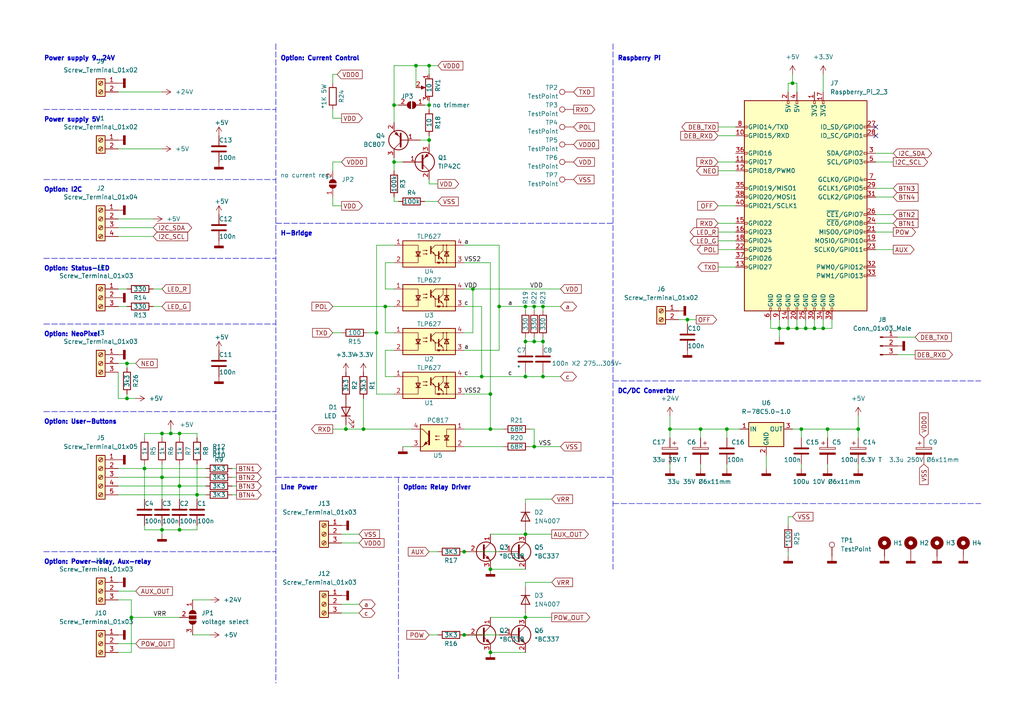
<source format=kicad_sch>
(kicad_sch (version 20211123) (generator eeschema)
  (paper "A4")
  (title_block (title "piTelex TW39 Interface for RPi") (date "2023-02-07") (rev "2.1.0 -JK-") (company "https://github.com/fablab-wue/piTelex") (comment 1 "CC-SA-BY"))
  (junction (at 154.94 99.06))
  (junction (at 105.41 124.46))
  (junction (at 152.4 154.94))
  (junction (at 134.62 160.02))
  (junction (at 236.22 95.25))
  (junction (at 152.4 88.9))
  (junction (at 157.48 109.22))
  (junction (at 49.53 125.73))
  (junction (at 152.4 109.22))
  (junction (at 46.99 125.73))
  (junction (at 240.03 124.46))
  (junction (at 36.83 105.41))
  (junction (at 111.76 88.9))
  (junction (at 41.91 135.89))
  (junction (at 144.78 88.9))
  (junction (at 100.33 124.46))
  (junction (at 228.6 95.25))
  (junction (at 154.94 88.9))
  (junction (at 154.94 129.54))
  (junction (at 232.41 124.46))
  (junction (at 36.83 115.57))
  (junction (at 194.31 124.46))
  (junction (at 142.24 189.23))
  (junction (at 248.92 124.46))
  (junction (at 142.24 124.46))
  (junction (at 134.62 184.15))
  (junction (at 120.65 19.05))
  (junction (at 142.24 114.3))
  (junction (at 52.07 140.97))
  (junction (at 142.24 165.1))
  (junction (at 46.99 138.43))
  (junction (at 233.68 95.25))
  (junction (at 124.46 30.48))
  (junction (at 114.3 30.48))
  (junction (at 199.39 92.71))
  (junction (at 210.82 124.46))
  (junction (at 157.48 88.9))
  (junction (at 114.3 46.99))
  (junction (at 226.06 95.25))
  (junction (at 231.14 95.25))
  (junction (at 139.7 109.22))
  (junction (at 57.15 143.51))
  (junction (at 152.4 179.07))
  (junction (at 137.16 83.82))
  (junction (at 157.48 99.06))
  (junction (at 109.22 96.52))
  (junction (at 152.4 99.06))
  (junction (at 46.99 153.67))
  (junction (at 124.46 40.64))
  (junction (at 52.07 125.73))
  (junction (at 38.1 179.07))
  (junction (at 52.07 153.67))
  (junction (at 238.76 95.25))
  (junction (at 124.46 19.05))
  (junction (at 229.87 24.13))
  (junction (at 203.2 124.46))
  (no_connect (at 254 36.83))
  (no_connect (at 254 39.37))
  (wire (pts (xy 137.16 83.82) (xy 162.56 83.82)))
  (wire (pts (xy 142.24 76.2) (xy 142.24 114.3)))
  (wire (pts (xy 124.46 29.21) (xy 124.46 30.48)))
  (wire (pts (xy 238.76 21.59) (xy 238.76 26.67)))
  (wire (pts (xy 52.07 153.67) (xy 46.99 153.67)))
  (wire (pts (xy 208.28 39.37) (xy 213.36 39.37)))
  (wire (pts (xy 109.22 96.52) (xy 109.22 114.3)))
  (wire (pts (xy 68.58 140.97) (xy 67.31 140.97)))
  (wire (pts (xy 199.39 92.71) (xy 199.39 93.98)))
  (wire (pts (xy 34.29 68.58) (xy 44.45 68.58)))
  (wire (pts (xy 34.29 171.45) (xy 39.37 171.45)))
  (polyline (pts (xy 12.7 31.75) (xy 80.01 31.75)))
  (wire (pts (xy 55.88 173.99) (xy 60.96 173.99)))
  (wire (pts (xy 254 62.23) (xy 259.08 62.23)))
  (wire (pts (xy 232.41 124.46) (xy 240.03 124.46)))
  (wire (pts (xy 142.24 154.94) (xy 152.4 154.94)))
  (wire (pts (xy 154.94 88.9) (xy 157.48 88.9)))
  (wire (pts (xy 152.4 88.9) (xy 154.94 88.9)))
  (wire (pts (xy 231.14 26.67) (xy 231.14 24.13)))
  (wire (pts (xy 124.46 160.02) (xy 127 160.02)))
  (wire (pts (xy 146.05 124.46) (xy 142.24 124.46)))
  (wire (pts (xy 96.52 88.9) (xy 111.76 88.9)))
  (wire (pts (xy 114.3 19.05) (xy 120.65 19.05)))
  (wire (pts (xy 46.99 134.62) (xy 46.99 138.43)))
  (wire (pts (xy 236.22 95.25) (xy 233.68 95.25)))
  (wire (pts (xy 254 54.61) (xy 259.08 54.61)))
  (polyline (pts (xy 12.7 119.38) (xy 80.01 119.38)))
  (wire (pts (xy 114.3 71.12) (xy 109.22 71.12)))
  (wire (pts (xy 120.65 19.05) (xy 124.46 19.05)))
  (wire (pts (xy 203.2 134.62) (xy 203.2 135.89)))
  (polyline (pts (xy 80.01 138.43) (xy 177.8 138.43)))
  (wire (pts (xy 194.31 120.65) (xy 194.31 124.46)))
  (wire (pts (xy 123.19 30.48) (xy 124.46 30.48)))
  (wire (pts (xy 228.6 92.71) (xy 228.6 95.25)))
  (wire (pts (xy 52.07 140.97) (xy 59.69 140.97)))
  (wire (pts (xy 111.76 88.9) (xy 111.76 96.52)))
  (wire (pts (xy 57.15 143.51) (xy 57.15 144.78)))
  (wire (pts (xy 199.39 92.71) (xy 201.93 92.71)))
  (wire (pts (xy 152.4 153.67) (xy 152.4 154.94)))
  (wire (pts (xy 38.1 189.23) (xy 38.1 179.07)))
  (wire (pts (xy 36.83 88.9) (xy 34.29 88.9)))
  (wire (pts (xy 238.76 92.71) (xy 238.76 95.25)))
  (wire (pts (xy 240.03 124.46) (xy 240.03 127)))
  (wire (pts (xy 34.29 138.43) (xy 46.99 138.43)))
  (wire (pts (xy 137.16 83.82) (xy 137.16 96.52)))
  (wire (pts (xy 231.14 95.25) (xy 228.6 95.25)))
  (wire (pts (xy 46.99 125.73) (xy 46.99 127)))
  (wire (pts (xy 52.07 152.4) (xy 52.07 153.67)))
  (wire (pts (xy 152.4 179.07) (xy 160.02 179.07)))
  (wire (pts (xy 36.83 115.57) (xy 39.37 115.57)))
  (wire (pts (xy 114.3 46.99) (xy 114.3 49.53)))
  (wire (pts (xy 241.3 95.25) (xy 238.76 95.25)))
  (wire (pts (xy 194.31 127) (xy 194.31 124.46)))
  (wire (pts (xy 96.52 46.99) (xy 96.52 49.53)))
  (wire (pts (xy 228.6 24.13) (xy 228.6 26.67)))
  (wire (pts (xy 260.35 102.87) (xy 265.43 102.87)))
  (wire (pts (xy 109.22 114.3) (xy 114.3 114.3)))
  (wire (pts (xy 144.78 71.12) (xy 144.78 88.9)))
  (wire (pts (xy 228.6 95.25) (xy 226.06 95.25)))
  (wire (pts (xy 152.4 144.78) (xy 152.4 146.05)))
  (polyline (pts (xy 12.7 74.93) (xy 80.01 74.93)))
  (wire (pts (xy 160.02 144.78) (xy 152.4 144.78)))
  (polyline (pts (xy 12.7 52.07) (xy 80.01 52.07)))
  (wire (pts (xy 210.82 127) (xy 210.82 124.46)))
  (wire (pts (xy 134.62 76.2) (xy 142.24 76.2)))
  (wire (pts (xy 229.87 124.46) (xy 232.41 124.46)))
  (wire (pts (xy 111.76 109.22) (xy 114.3 109.22)))
  (wire (pts (xy 142.24 114.3) (xy 142.24 124.46)))
  (wire (pts (xy 34.29 140.97) (xy 52.07 140.97)))
  (wire (pts (xy 208.28 69.85) (xy 213.36 69.85)))
  (wire (pts (xy 34.29 26.67) (xy 46.99 26.67)))
  (wire (pts (xy 196.85 92.71) (xy 199.39 92.71)))
  (wire (pts (xy 208.28 59.69) (xy 213.36 59.69)))
  (wire (pts (xy 34.29 143.51) (xy 57.15 143.51)))
  (wire (pts (xy 41.91 127) (xy 41.91 125.73)))
  (wire (pts (xy 52.07 125.73) (xy 57.15 125.73)))
  (wire (pts (xy 96.52 96.52) (xy 99.06 96.52)))
  (wire (pts (xy 34.29 105.41) (xy 36.83 105.41)))
  (wire (pts (xy 153.67 129.54) (xy 154.94 129.54)))
  (wire (pts (xy 144.78 88.9) (xy 152.4 88.9)))
  (wire (pts (xy 154.94 129.54) (xy 162.56 129.54)))
  (wire (pts (xy 34.29 186.69) (xy 39.37 186.69)))
  (wire (pts (xy 41.91 135.89) (xy 41.91 144.78)))
  (wire (pts (xy 154.94 88.9) (xy 154.94 90.17)))
  (wire (pts (xy 105.41 124.46) (xy 119.38 124.46)))
  (wire (pts (xy 157.48 97.79) (xy 157.48 99.06)))
  (wire (pts (xy 232.41 124.46) (xy 232.41 127)))
  (wire (pts (xy 208.28 77.47) (xy 213.36 77.47)))
  (wire (pts (xy 104.14 157.48) (xy 99.06 157.48)))
  (wire (pts (xy 134.62 109.22) (xy 139.7 109.22)))
  (wire (pts (xy 38.1 179.07) (xy 38.1 173.99)))
  (wire (pts (xy 152.4 168.91) (xy 152.4 170.18)))
  (wire (pts (xy 152.4 154.94) (xy 160.02 154.94)))
  (wire (pts (xy 134.62 184.15) (xy 144.78 184.15)))
  (wire (pts (xy 104.14 154.94) (xy 99.06 154.94)))
  (wire (pts (xy 114.3 88.9) (xy 111.76 88.9)))
  (wire (pts (xy 34.29 115.57) (xy 36.83 115.57)))
  (wire (pts (xy 100.33 124.46) (xy 105.41 124.46)))
  (wire (pts (xy 134.62 88.9) (xy 139.7 88.9)))
  (wire (pts (xy 99.06 46.99) (xy 96.52 46.99)))
  (wire (pts (xy 210.82 134.62) (xy 210.82 135.89)))
  (wire (pts (xy 152.4 97.79) (xy 152.4 99.06)))
  (wire (pts (xy 238.76 95.25) (xy 236.22 95.25)))
  (wire (pts (xy 146.05 129.54) (xy 134.62 129.54)))
  (wire (pts (xy 232.41 134.62) (xy 232.41 135.89)))
  (wire (pts (xy 57.15 134.62) (xy 57.15 143.51)))
  (wire (pts (xy 152.4 88.9) (xy 152.4 90.17)))
  (wire (pts (xy 105.41 115.57) (xy 105.41 124.46)))
  (wire (pts (xy 139.7 109.22) (xy 152.4 109.22)))
  (wire (pts (xy 226.06 95.25) (xy 226.06 97.79)))
  (wire (pts (xy 124.46 39.37) (xy 124.46 40.64)))
  (wire (pts (xy 144.78 88.9) (xy 144.78 101.6)))
  (wire (pts (xy 226.06 92.71) (xy 226.06 95.25)))
  (wire (pts (xy 104.14 177.8) (xy 99.06 177.8)))
  (wire (pts (xy 228.6 152.4) (xy 228.6 149.86)))
  (wire (pts (xy 157.48 88.9) (xy 157.48 90.17)))
  (wire (pts (xy 114.3 45.72) (xy 114.3 46.99)))
  (polyline (pts (xy 177.8 110.49) (xy 284.48 110.49)))
  (wire (pts (xy 154.94 97.79) (xy 154.94 99.06)))
  (wire (pts (xy 38.1 179.07) (xy 52.07 179.07)))
  (wire (pts (xy 34.29 189.23) (xy 38.1 189.23)))
  (wire (pts (xy 203.2 124.46) (xy 203.2 127)))
  (wire (pts (xy 46.99 138.43) (xy 46.99 144.78)))
  (wire (pts (xy 114.3 46.99) (xy 116.84 46.99)))
  (wire (pts (xy 124.46 30.48) (xy 124.46 31.75)))
  (wire (pts (xy 223.52 95.25) (xy 223.52 92.71)))
  (wire (pts (xy 41.91 125.73) (xy 46.99 125.73)))
  (wire (pts (xy 114.3 76.2) (xy 111.76 76.2)))
  (wire (pts (xy 240.03 124.46) (xy 248.92 124.46)))
  (wire (pts (xy 152.4 177.8) (xy 152.4 179.07)))
  (wire (pts (xy 49.53 124.46) (xy 49.53 125.73)))
  (wire (pts (xy 52.07 140.97) (xy 52.07 144.78)))
  (wire (pts (xy 157.48 109.22) (xy 162.56 109.22)))
  (wire (pts (xy 222.25 132.08) (xy 222.25 135.89)))
  (wire (pts (xy 123.19 58.42) (xy 127 58.42)))
  (wire (pts (xy 100.33 123.19) (xy 100.33 124.46)))
  (wire (pts (xy 124.46 52.07) (xy 124.46 53.34)))
  (wire (pts (xy 154.94 124.46) (xy 154.94 129.54)))
  (wire (pts (xy 254 46.99) (xy 259.08 46.99)))
  (wire (pts (xy 41.91 153.67) (xy 41.91 152.4)))
  (wire (pts (xy 208.28 46.99) (xy 213.36 46.99)))
  (wire (pts (xy 254 57.15) (xy 259.08 57.15)))
  (wire (pts (xy 46.99 153.67) (xy 41.91 153.67)))
  (wire (pts (xy 208.28 36.83) (xy 213.36 36.83)))
  (wire (pts (xy 55.88 184.15) (xy 60.96 184.15)))
  (wire (pts (xy 116.84 129.54) (xy 119.38 129.54)))
  (wire (pts (xy 248.92 127) (xy 248.92 124.46)))
  (wire (pts (xy 254 44.45) (xy 259.08 44.45)))
  (wire (pts (xy 228.6 149.86) (xy 229.87 149.86)))
  (wire (pts (xy 34.29 173.99) (xy 38.1 173.99)))
  (wire (pts (xy 137.16 96.52) (xy 134.62 96.52)))
  (wire (pts (xy 208.28 72.39) (xy 213.36 72.39)))
  (wire (pts (xy 124.46 184.15) (xy 127 184.15)))
  (wire (pts (xy 120.65 19.05) (xy 120.65 25.4)))
  (polyline (pts (xy 177.8 146.05) (xy 284.48 146.05)))
  (wire (pts (xy 208.28 67.31) (xy 213.36 67.31)))
  (wire (pts (xy 104.14 175.26) (xy 99.06 175.26)))
  (wire (pts (xy 124.46 40.64) (xy 124.46 41.91)))
  (polyline (pts (xy 12.7 160.02) (xy 80.01 160.02)))
  (wire (pts (xy 144.78 101.6) (xy 134.62 101.6)))
  (wire (pts (xy 134.62 160.02) (xy 144.78 160.02)))
  (wire (pts (xy 157.48 88.9) (xy 162.56 88.9)))
  (wire (pts (xy 111.76 101.6) (xy 111.76 109.22)))
  (wire (pts (xy 109.22 71.12) (xy 109.22 96.52)))
  (wire (pts (xy 124.46 53.34) (xy 127 53.34)))
  (wire (pts (xy 34.29 107.95) (xy 34.29 115.57)))
  (wire (pts (xy 153.67 124.46) (xy 154.94 124.46)))
  (wire (pts (xy 36.83 83.82) (xy 34.29 83.82)))
  (wire (pts (xy 114.3 30.48) (xy 114.3 19.05)))
  (wire (pts (xy 34.29 66.04) (xy 44.45 66.04)))
  (wire (pts (xy 142.24 189.23) (xy 152.4 189.23)))
  (wire (pts (xy 96.52 24.13) (xy 96.52 21.59)))
  (wire (pts (xy 57.15 143.51) (xy 59.69 143.51)))
  (wire (pts (xy 121.92 40.64) (xy 124.46 40.64)))
  (wire (pts (xy 139.7 88.9) (xy 139.7 109.22)))
  (polyline (pts (xy 177.8 12.7) (xy 177.8 165.1)))
  (polyline (pts (xy 115.57 138.43) (xy 115.57 196.85)))
  (wire (pts (xy 114.3 30.48) (xy 115.57 30.48)))
  (wire (pts (xy 68.58 135.89) (xy 67.31 135.89)))
  (wire (pts (xy 157.48 99.06) (xy 157.48 100.33)))
  (wire (pts (xy 111.76 83.82) (xy 114.3 83.82)))
  (wire (pts (xy 134.62 114.3) (xy 142.24 114.3)))
  (wire (pts (xy 34.29 43.18) (xy 46.99 43.18)))
  (wire (pts (xy 254 64.77) (xy 259.08 64.77)))
  (wire (pts (xy 36.83 105.41) (xy 36.83 106.68)))
  (wire (pts (xy 127 19.05) (xy 124.46 19.05)))
  (wire (pts (xy 260.35 97.79) (xy 265.43 97.79)))
  (wire (pts (xy 96.52 34.29) (xy 99.06 34.29)))
  (wire (pts (xy 46.99 125.73) (xy 49.53 125.73)))
  (wire (pts (xy 142.24 165.1) (xy 152.4 165.1)))
  (wire (pts (xy 226.06 95.25) (xy 223.52 95.25)))
  (polyline (pts (xy 80.01 12.7) (xy 80.01 198.12)))
  (wire (pts (xy 134.62 83.82) (xy 137.16 83.82)))
  (wire (pts (xy 46.99 138.43) (xy 59.69 138.43)))
  (wire (pts (xy 152.4 109.22) (xy 157.48 109.22)))
  (wire (pts (xy 210.82 124.46) (xy 214.63 124.46)))
  (wire (pts (xy 52.07 125.73) (xy 52.07 127)))
  (wire (pts (xy 152.4 100.33) (xy 152.4 99.06)))
  (wire (pts (xy 228.6 160.02) (xy 228.6 161.29)))
  (wire (pts (xy 96.52 57.15) (xy 96.52 59.69)))
  (wire (pts (xy 57.15 152.4) (xy 57.15 153.67)))
  (wire (pts (xy 111.76 76.2) (xy 111.76 83.82)))
  (wire (pts (xy 142.24 124.46) (xy 134.62 124.46)))
  (wire (pts (xy 254 72.39) (xy 259.08 72.39)))
  (polyline (pts (xy 80.01 64.77) (xy 177.8 64.77)))
  (wire (pts (xy 248.92 134.62) (xy 248.92 135.89)))
  (wire (pts (xy 124.46 19.05) (xy 124.46 21.59)))
  (wire (pts (xy 233.68 95.25) (xy 231.14 95.25)))
  (wire (pts (xy 52.07 134.62) (xy 52.07 140.97)))
  (wire (pts (xy 240.03 134.62) (xy 240.03 135.89)))
  (wire (pts (xy 96.52 21.59) (xy 97.79 21.59)))
  (wire (pts (xy 57.15 153.67) (xy 52.07 153.67)))
  (wire (pts (xy 114.3 58.42) (xy 114.3 57.15)))
  (wire (pts (xy 36.83 114.3) (xy 36.83 115.57)))
  (wire (pts (xy 254 67.31) (xy 259.08 67.31)))
  (wire (pts (xy 152.4 107.95) (xy 152.4 109.22)))
  (wire (pts (xy 241.3 92.71) (xy 241.3 95.25)))
  (wire (pts (xy 154.94 99.06) (xy 157.48 99.06)))
  (wire (pts (xy 96.52 59.69) (xy 99.06 59.69)))
  (wire (pts (xy 34.29 63.5) (xy 44.45 63.5)))
  (wire (pts (xy 115.57 58.42) (xy 114.3 58.42)))
  (wire (pts (xy 152.4 99.06) (xy 154.94 99.06)))
  (wire (pts (xy 248.92 120.65) (xy 248.92 124.46)))
  (wire (pts (xy 111.76 96.52) (xy 114.3 96.52)))
  (wire (pts (xy 229.87 21.59) (xy 229.87 24.13)))
  (wire (pts (xy 57.15 125.73) (xy 57.15 127)))
  (wire (pts (xy 203.2 124.46) (xy 210.82 124.46)))
  (wire (pts (xy 142.24 179.07) (xy 152.4 179.07)))
  (wire (pts (xy 194.31 124.46) (xy 203.2 124.46)))
  (wire (pts (xy 34.29 135.89) (xy 41.91 135.89)))
  (wire (pts (xy 114.3 35.56) (xy 114.3 30.48)))
  (wire (pts (xy 194.31 134.62) (xy 194.31 135.89)))
  (wire (pts (xy 208.28 49.53) (xy 213.36 49.53)))
  (wire (pts (xy 231.14 24.13) (xy 229.87 24.13)))
  (wire (pts (xy 46.99 152.4) (xy 46.99 153.67)))
  (wire (pts (xy 106.68 96.52) (xy 109.22 96.52)))
  (wire (pts (xy 229.87 24.13) (xy 228.6 24.13)))
  (wire (pts (xy 96.52 31.75) (xy 96.52 34.29)))
  (wire (pts (xy 160.02 168.91) (xy 152.4 168.91)))
  (wire (pts (xy 157.48 109.22) (xy 157.48 107.95)))
  (wire (pts (xy 68.58 143.51) (xy 67.31 143.51)))
  (wire (pts (xy 233.68 92.71) (xy 233.68 95.25)))
  (wire (pts (xy 96.52 124.46) (xy 100.33 124.46)))
  (wire (pts (xy 134.62 71.12) (xy 144.78 71.12)))
  (polyline (pts (xy 12.7 93.98) (xy 80.01 93.98)))
  (wire (pts (xy 236.22 92.71) (xy 236.22 95.25)))
  (wire (pts (xy 46.99 153.67) (xy 46.99 154.94)))
  (wire (pts (xy 44.45 83.82) (xy 46.99 83.82)))
  (wire (pts (xy 114.3 101.6) (xy 111.76 101.6)))
  (wire (pts (xy 44.45 88.9) (xy 46.99 88.9)))
  (wire (pts (xy 231.14 92.71) (xy 231.14 95.25)))
  (wire (pts (xy 49.53 125.73) (xy 52.07 125.73)))
  (wire (pts (xy 36.83 105.41) (xy 39.37 105.41)))
  (wire (pts (xy 68.58 138.43) (xy 67.31 138.43)))
  (wire (pts (xy 208.28 64.77) (xy 213.36 64.77)))
  (wire (pts (xy 41.91 135.89) (xy 59.69 135.89)))
  (wire (pts (xy 41.91 134.62) (xy 41.91 135.89)))
  (text "Line Power" (at 81.28 142.24 0) (effects (font (size 1.28 1.28) (thickness 0.508) bold) (justify left bottom)))
  (text "Option: Relay Driver" (at 116.84 142.24 0) (effects (font (size 1.28 1.28) (thickness 0.508) bold) (justify left bottom)))
  (text "Option: Status-LED" (at 12.7 78.74 0) (effects (font (size 1.28 1.28) (thickness 0.508) bold) (justify left bottom)))
  (text "Option: User-Buttons" (at 12.7 123.19 0) (effects (font (size 1.28 1.28) (thickness 0.508) bold) (justify left bottom)))
  (text "Option: I2C" (at 12.7 55.88 0) (effects (font (size 1.28 1.28) (thickness 0.508) bold) (justify left bottom)))
  (text "Raspberry Pi" (at 179.07 17.78 0) (effects (font (size 1.28 1.28) (thickness 0.508) bold) (justify left bottom)))
  (text "Power supply 9...24V" (at 12.7 17.78 0) (effects (font (size 1.28 1.28) (thickness 0.508) bold) (justify left bottom)))
  (text "Option: Current Control" (at 81.28 17.78 0) (effects (font (size 1.28 1.28) (thickness 0.508) bold) (justify left bottom)))
  (text "Option: NeoPixel" (at 12.7 97.79 0) (effects (font (size 1.28 1.28) (thickness 0.508) bold) (justify left bottom)))
  (text "Power supply 5V" (at 12.7 35.56 0) (effects (font (size 1.28 1.28) (thickness 0.508) bold) (justify left bottom)))
  (text "DC/DC Converter" (at 179.07 114.3 0) (effects (font (size 1.28 1.28) (thickness 0.508) bold) (justify left bottom)))
  (text "Option: Power-relay, Aux-relay" (at 12.7 163.83 0) (effects (font (size 1.28 1.28) (thickness 0.508) bold) (justify left bottom)))
  (text "H-Bridge" (at 81.28 68.58 0) (effects (font (size 1.28 1.28) (thickness 0.508) bold) (justify left bottom)))
  (label "VSS2" (at 134.62 76.2 0))
  (label "a" (at 134.62 71.12 0))
  (label "c" (at 134.62 109.22 0))
  (label "VRR" (at 44.45 179.07 0))
  (label "a" (at 147.32 88.9 0))
  (label "VSS2" (at 134.62 114.3 0))
  (label "VDD" (at 153.67 83.82 0))
  (label "a" (at 134.62 101.6 0))
  (label "c" (at 134.62 88.9 0))
  (label "c" (at 147.32 109.22 0))
  (label "VSS" (at 156.21 129.54 0))
  (label "VDD" (at 134.62 83.82 0))
  (global_label "NEO" (shape output) (at 208.28 49.53 180) (property "Intersheet References" "${INTERSHEET_REFS}" (effects hide)))
  (global_label "VDD0" (shape input) (at 127 19.05 0) (property "Intersheet References" "${INTERSHEET_REFS}" (effects hide)))
  (global_label "VDD0" (shape input) (at 166.37 41.91 0) (property "Intersheet References" "${INTERSHEET_REFS}" (effects hide)))
  (global_label "BTN3" (shape input) (at 259.08 54.61 0) (property "Intersheet References" "${INTERSHEET_REFS}" (effects hide)))
  (global_label "DEB_RXD" (shape input) (at 208.28 39.37 180) (property "Intersheet References" "${INTERSHEET_REFS}" (effects hide)))
  (global_label "VDD" (shape output) (at 127 53.34 0) (property "Intersheet References" "${INTERSHEET_REFS}" (effects hide)))
  (global_label "BTN1" (shape input) (at 259.08 64.77 0) (property "Intersheet References" "${INTERSHEET_REFS}" (effects hide)))
  (global_label "AUX_OUT" (shape output) (at 160.02 154.94 0) (property "Intersheet References" "${INTERSHEET_REFS}" (effects hide)))
  (global_label "TXD" (shape input) (at 96.52 96.52 180) (property "Intersheet References" "${INTERSHEET_REFS}" (effects hide)))
  (global_label "BTN1" (shape output) (at 68.58 135.89 0) (property "Intersheet References" "${INTERSHEET_REFS}" (effects hide)))
  (global_label "I2C_SCL" (shape output) (at 259.08 46.99 0) (property "Intersheet References" "${INTERSHEET_REFS}" (effects hide)))
  (global_label "NEO" (shape input) (at 39.37 105.41 0) (property "Intersheet References" "${INTERSHEET_REFS}" (effects hide)))
  (global_label "AUX_OUT" (shape input) (at 39.37 171.45 0) (property "Intersheet References" "${INTERSHEET_REFS}" (effects hide)))
  (global_label "a" (shape bidirectional) (at 104.14 175.26 0) (property "Intersheet References" "${INTERSHEET_REFS}" (effects hide)))
  (global_label "c" (shape bidirectional) (at 104.14 177.8 0) (property "Intersheet References" "${INTERSHEET_REFS}" (effects hide)))
  (global_label "VSS" (shape input) (at 267.97 134.62 270) (property "Intersheet References" "${INTERSHEET_REFS}" (effects hide)))
  (global_label "POW_OUT" (shape input) (at 39.37 186.69 0) (property "Intersheet References" "${INTERSHEET_REFS}" (effects hide)))
  (global_label "DEB_TXD" (shape input) (at 265.43 97.79 0) (property "Intersheet References" "${INTERSHEET_REFS}" (effects hide)))
  (global_label "POL" (shape output) (at 208.28 72.39 180) (property "Intersheet References" "${INTERSHEET_REFS}" (effects hide)))
  (global_label "VDD0" (shape input) (at 104.14 157.48 0) (property "Intersheet References" "${INTERSHEET_REFS}" (effects hide)))
  (global_label "TXD" (shape output) (at 208.28 77.47 180) (property "Intersheet References" "${INTERSHEET_REFS}" (effects hide)))
  (global_label "VDD" (shape input) (at 166.37 46.99 0) (property "Intersheet References" "${INTERSHEET_REFS}" (effects hide)))
  (global_label "BTN2" (shape input) (at 259.08 62.23 0) (property "Intersheet References" "${INTERSHEET_REFS}" (effects hide)))
  (global_label "VDD" (shape input) (at 162.56 83.82 0) (property "Intersheet References" "${INTERSHEET_REFS}" (effects hide)))
  (global_label "VRR" (shape input) (at 160.02 168.91 0) (property "Intersheet References" "${INTERSHEET_REFS}" (effects hide)))
  (global_label "VDD" (shape output) (at 99.06 59.69 0) (property "Intersheet References" "${INTERSHEET_REFS}" (effects hide)))
  (global_label "OFF" (shape input) (at 208.28 59.69 180) (property "Intersheet References" "${INTERSHEET_REFS}" (effects hide)))
  (global_label "VSS" (shape input) (at 127 58.42 0) (property "Intersheet References" "${INTERSHEET_REFS}" (effects hide)))
  (global_label "VDD" (shape output) (at 99.06 34.29 0) (property "Intersheet References" "${INTERSHEET_REFS}" (effects hide)))
  (global_label "VSS" (shape input) (at 229.87 149.86 0) (property "Intersheet References" "${INTERSHEET_REFS}" (effects hide)))
  (global_label "VSS" (shape input) (at 104.14 154.94 0) (property "Intersheet References" "${INTERSHEET_REFS}" (effects hide)))
  (global_label "BTN4" (shape output) (at 68.58 143.51 0) (property "Intersheet References" "${INTERSHEET_REFS}" (effects hide)))
  (global_label "RXD" (shape input) (at 208.28 64.77 180) (property "Intersheet References" "${INTERSHEET_REFS}" (effects hide)))
  (global_label "a" (shape bidirectional) (at 162.56 88.9 0) (property "Intersheet References" "${INTERSHEET_REFS}" (effects hide)))
  (global_label "VRR" (shape input) (at 160.02 144.78 0) (property "Intersheet References" "${INTERSHEET_REFS}" (effects hide)))
  (global_label "OFF" (shape output) (at 201.93 92.71 0) (property "Intersheet References" "${INTERSHEET_REFS}" (effects hide)))
  (global_label "AUX" (shape input) (at 124.46 160.02 180) (property "Intersheet References" "${INTERSHEET_REFS}" (effects hide)))
  (global_label "DEB_TXD" (shape output) (at 208.28 36.83 180) (property "Intersheet References" "${INTERSHEET_REFS}" (effects hide)))
  (global_label "POW_OUT" (shape output) (at 160.02 179.07 0) (property "Intersheet References" "${INTERSHEET_REFS}" (effects hide)))
  (global_label "BTN4" (shape input) (at 259.08 57.15 0) (property "Intersheet References" "${INTERSHEET_REFS}" (effects hide)))
  (global_label "LED_G" (shape input) (at 46.99 88.9 0) (property "Intersheet References" "${INTERSHEET_REFS}" (effects hide)))
  (global_label "RXD" (shape input) (at 208.28 46.99 180) (property "Intersheet References" "${INTERSHEET_REFS}" (effects hide)))
  (global_label "VDD0" (shape input) (at 99.06 46.99 0) (property "Intersheet References" "${INTERSHEET_REFS}" (effects hide)))
  (global_label "BTN2" (shape output) (at 68.58 138.43 0) (property "Intersheet References" "${INTERSHEET_REFS}" (effects hide)))
  (global_label "LED_G" (shape output) (at 208.28 69.85 180) (property "Intersheet References" "${INTERSHEET_REFS}" (effects hide)))
  (global_label "VDD0" (shape input) (at 267.97 127 90) (property "Intersheet References" "${INTERSHEET_REFS}" (effects hide)))
  (global_label "LED_R" (shape input) (at 46.99 83.82 0) (property "Intersheet References" "${INTERSHEET_REFS}" (effects hide)))
  (global_label "I2C_SCL" (shape input) (at 44.45 68.58 0) (property "Intersheet References" "${INTERSHEET_REFS}" (effects hide)))
  (global_label "VSS" (shape input) (at 166.37 52.07 0) (property "Intersheet References" "${INTERSHEET_REFS}" (effects hide)))
  (global_label "VDD0" (shape input) (at 97.79 21.59 0) (property "Intersheet References" "${INTERSHEET_REFS}" (effects hide)))
  (global_label "POW" (shape output) (at 259.08 67.31 0) (property "Intersheet References" "${INTERSHEET_REFS}" (effects hide)))
  (global_label "c" (shape bidirectional) (at 162.56 109.22 0) (property "Intersheet References" "${INTERSHEET_REFS}" (effects hide)))
  (global_label "RXD" (shape output) (at 166.37 31.75 0) (property "Intersheet References" "${INTERSHEET_REFS}" (effects hide)))
  (global_label "BTN3" (shape output) (at 68.58 140.97 0) (property "Intersheet References" "${INTERSHEET_REFS}" (effects hide)))
  (global_label "TXD" (shape input) (at 166.37 26.67 0) (property "Intersheet References" "${INTERSHEET_REFS}" (effects hide)))
  (global_label "POW" (shape input) (at 124.46 184.15 180) (property "Intersheet References" "${INTERSHEET_REFS}" (effects hide)))
  (global_label "RXD" (shape output) (at 96.52 124.46 180) (property "Intersheet References" "${INTERSHEET_REFS}" (effects hide)))
  (global_label "LED_R" (shape output) (at 208.28 67.31 180) (property "Intersheet References" "${INTERSHEET_REFS}" (effects hide)))
  (global_label "AUX" (shape output) (at 259.08 72.39 0) (property "Intersheet References" "${INTERSHEET_REFS}" (effects hide)))
  (global_label "POL" (shape input) (at 96.52 88.9 180) (property "Intersheet References" "${INTERSHEET_REFS}" (effects hide)))
  (global_label "POL" (shape input) (at 166.37 36.83 0) (property "Intersheet References" "${INTERSHEET_REFS}" (effects hide)))
  (global_label "I2C_SDA" (shape bidirectional) (at 259.08 44.45 0) (property "Intersheet References" "${INTERSHEET_REFS}" (effects hide)))
  (global_label "VSS" (shape input) (at 162.56 129.54 0) (property "Intersheet References" "${INTERSHEET_REFS}" (effects hide)))
  (global_label "I2C_SDA" (shape bidirectional) (at 44.45 66.04 0) (property "Intersheet References" "${INTERSHEET_REFS}" (effects hide)))
  (global_label "DEB_RXD" (shape output) (at 265.43 102.87 0) (property "Intersheet References" "${INTERSHEET_REFS}" (effects hide)))
  (symbol (lib_id "Device:C_Polarized") (at 248.92 130.81 0) (unit 1)
    (property "Reference" "C14" (at 250.19 128.27 0) (effects (justify left)))
    (property "Value" "100u 6.3V T" (at 243.84 133.35 0) (effects (justify left)))
    (property "Footprint" "Capacitor_Tantalum_SMD:CP_EIA-7343-31_Kemet-D_Pad2.25x2.55mm_HandSolder" (effects hide))
  )
  (symbol (lib_id "Connector:TestPoint") (at 166.37 41.91 90) (unit 1)
    (property "Reference" "TP5" (at 160.02 40.64 90))
    (property "Value" "TestPoint" (at 157.48 43.18 90))
    (property "Footprint" "TestPoint:TestPoint_Pad_D1.5mm" (effects hide))
  )
  (symbol (lib_id "Connector:Screw_Terminal_01x04") (at 29.21 63.5 0) (mirror y) (unit 1)
    (property "Reference" "J2" (at 29.21 54.61 0))
    (property "Value" "Screw_Terminal_01x04" (at 29.21 57.15 0))
    (property "Footprint" "Connector_Molex:Molex_KK-254_AE-6410-04A_1x04_P2.54mm_Vertical" (effects hide))
  )
  (symbol (lib_id "Device:R") (at 41.91 130.81 180) (unit 1)
    (property "Reference" "R5" (at 44.45 130.81 90))
    (property "Value" "1k" (at 41.91 130.81 90))
    (property "Footprint" "Resistor_SMD:R_0805_2012Metric_Pad1.20x1.40mm_HandSolder" (effects hide))
  )
  (symbol (lib_id "power:GNDD") (at 240.03 135.89 0) (unit 1)
    (property "Reference" "#PWR041" (effects hide))
    (property "Value" "GNDD" (effects hide))
  )
  (symbol (lib_id "power:+3.3V") (at 100.33 107.95 0) (unit 1)
    (property "Reference" "#PWR0101" (effects hide))
    (property "Value" "+3.3V" (at 100.33 102.87 0))
  )
  (symbol (lib_id "Transistor_BJT:BC338") (at 139.7 184.15 0) (unit 1)
    (property "Reference" "Q2" (at 144.78 182.8799 0) (effects (justify left)))
    (property "Value" "*BC338" (at 144.78 185.4199 0) (effects (justify left)))
    (property "Footprint" "Package_TO_SOT_THT:TO-92" (effects hide))
    (property "Datasheet" "http://diotec.com/tl_files/diotec/files/pdf/datasheets/bc337" (effects hide))
  )
  (symbol (lib_id "Device:C") (at 157.48 104.14 0) (unit 1)
    (property "Reference" "C8" (at 157.48 101.6 0) (effects (justify left)))
    (property "Value" "100n X2 275...305V~" (at 160.02 105.41 0) (effects (justify left)))
    (property "Footprint" "Capacitor_THT:C_Rect_L16.5mm_W6.0mm_P15.00mm_MKT" (effects hide))
  )
  (symbol (lib_id "Connector:Screw_Terminal_01x03") (at 29.21 86.36 0) (mirror y) (unit 1)
    (property "Reference" "J4" (at 29.21 77.47 0))
    (property "Value" "Screw_Terminal_01x03" (at 27.94 80.01 0))
    (property "Footprint" "Connector_Molex:Molex_KK-254_AE-6410-03A_1x03_P2.54mm_Vertical" (effects hide))
  )
  (symbol (lib_id "power:GNDD") (at 63.5 69.85 0) (unit 1)
    (property "Reference" "#PWR015" (effects hide))
    (property "Value" "GNDD" (effects hide))
  )
  (symbol (lib_id "power:GNDD") (at 34.29 40.64 90) (unit 1)
    (property "Reference" "#PWR08" (effects hide))
    (property "Value" "GNDD" (effects hide))
  )
  (symbol (lib_id "power:+5V") (at 63.5 62.23 0) (unit 1)
    (property "Reference" "#PWR013" (effects hide))
    (property "Value" "+5V" (at 62.23 58.42 0) (effects (justify left)))
  )
  (symbol (lib_id "Connector:TestPoint") (at 166.37 52.07 90) (unit 1)
    (property "Reference" "TP7" (at 160.02 50.8 90))
    (property "Value" "TestPoint" (at 157.48 53.34 90))
    (property "Footprint" "TestPoint:TestPoint_Pad_D1.5mm" (effects hide))
  )
  (symbol (lib_id "Device:C") (at 52.07 148.59 0) (unit 1)
    (property "Reference" "C2" (at 52.07 146.05 0) (effects (justify left)))
    (property "Value" "100n" (at 52.07 151.13 0) (effects (justify left)))
    (property "Footprint" "Capacitor_SMD:C_0805_2012Metric_Pad1.18x1.45mm_HandSolder" (effects hide))
  )
  (symbol (lib_id "power:GNDD") (at 260.35 100.33 90) (unit 1)
    (property "Reference" "#PWR044" (effects hide))
    (property "Value" "GNDD" (effects hide))
  )
  (symbol (lib_id "power:GNDD") (at 34.29 102.87 90) (unit 1)
    (property "Reference" "#PWR025" (effects hide))
    (property "Value" "GNDD" (effects hide))
  )
  (symbol (lib_id "power:+5V") (at 229.87 21.59 0) (unit 1)
    (property "Reference" "#PWR02" (effects hide))
    (property "Value" "+5V" (at 229.87 16.51 0))
  )
  (symbol (lib_id "power:GNDD") (at 142.24 189.23 0) (unit 1)
    (property "Reference" "#PWR045" (effects hide))
    (property "Value" "GNDD" (effects hide))
  )
  (symbol (lib_id "Mechanical:MountingHole_Pad") (at 279.4 158.75 0) (unit 1)
    (property "Reference" "H4" (at 281.94 157.4799 0) (effects (justify left)))
    (property "Value" "MountingHole_Pad" (effects hide))
    (property "Footprint" "MountingHole:MountingHole_2.7mm_M2.5_ISO7380_Pad" (effects hide))
  )
  (symbol (lib_id "Device:R_Potentiometer") (at 124.46 25.4 0) (mirror y) (unit 1)
    (property "Reference" "RV1" (at 127 22.86 90) (effects (justify right)))
    (property "Value" "10" (at 124.46 24.13 90) (effects (justify right)))
    (property "Footprint" "Potentiometer_THT:Potentiometer_Bourns_3299Z_Horizontal" (effects hide))
  )
  (symbol (lib_id "Jumper:SolderJumper_2_Open") (at 119.38 30.48 180) (unit 1)
    (property "Reference" "JP3" (at 118.11 27.94 0))
    (property "Value" "no trimmer" (at 130.81 30.48 0))
    (property "Footprint" "Jumper:SolderJumper-2_P1.3mm_Open_Pad1.0x1.5mm" (effects hide))
  )
  (symbol (lib_id "Device:R") (at 149.86 124.46 90) (unit 1)
    (property "Reference" "R21" (at 149.86 121.92 90))
    (property "Value" "68R" (at 149.86 124.46 90))
    (property "Footprint" "Resistor_SMD:R_0805_2012Metric_Pad1.20x1.40mm_HandSolder" (effects hide))
  )
  (symbol (lib_id "Transistor_BJT:BC817") (at 149.86 184.15 0) (unit 1)
    (property "Reference" "Q6" (at 154.94 182.8799 0) (effects (justify left)))
    (property "Value" "*BC337" (at 154.94 185.4199 0) (effects (justify left)))
    (property "Footprint" "Package_TO_SOT_SMD:SOT-23" (effects hide))
    (property "Datasheet" "https://www.onsemi.com/pub/Collateral/BC818-D.pdf" (effects hide))
  )
  (symbol (lib_id "Connector:Screw_Terminal_01x03") (at 29.21 171.45 0) (mirror y) (unit 1)
    (property "Reference" "J11" (at 29.21 162.56 0))
    (property "Value" "Screw_Terminal_01x03" (at 27.94 165.1 0))
    (property "Footprint" "Connector_Molex:Molex_KK-254_AE-6410-03A_1x03_P2.54mm_Vertical" (effects hide))
  )
  (symbol (lib_id "Device:C") (at 199.39 97.79 0) (unit 1)
    (property "Reference" "C10" (at 199.39 95.25 0) (effects (justify left)))
    (property "Value" "100n" (at 199.39 100.33 0) (effects (justify left)))
    (property "Footprint" "Capacitor_SMD:C_0805_2012Metric_Pad1.18x1.45mm_HandSolder" (effects hide))
  )
  (symbol (lib_id "Connector:Screw_Terminal_01x02") (at 29.21 40.64 0) (mirror y) (unit 1)
    (property "Reference" "J1" (at 29.21 34.29 0))
    (property "Value" "Screw_Terminal_01x02" (at 29.21 36.83 0))
    (property "Footprint" "Connector_Molex:Molex_KK-254_AE-6410-02A_1x02_P2.54mm_Vertical" (effects hide))
  )
  (symbol (lib_id "power:GNDD") (at 256.54 161.29 0) (unit 1)
    (property "Reference" "#PWR046" (effects hide))
    (property "Value" "GNDD" (effects hide))
  )
  (symbol (lib_id "Device:R") (at 130.81 160.02 90) (unit 1)
    (property "Reference" "R17" (at 130.81 162.56 90))
    (property "Value" "3K3" (at 130.81 160.02 90))
    (property "Footprint" "Resistor_SMD:R_0805_2012Metric_Pad1.20x1.40mm_HandSolder" (effects hide))
  )
  (symbol (lib_id "power:+5V") (at 63.5 39.37 0) (unit 1)
    (property "Reference" "#PWR07" (effects hide))
    (property "Value" "+5V" (at 62.23 35.56 0) (effects (justify left)))
  )
  (symbol (lib_id "Mechanical:MountingHole_Pad") (at 256.54 158.75 0) (unit 1)
    (property "Reference" "H1" (at 259.08 157.4799 0) (effects (justify left)))
    (property "Value" "MountingHole_Pad" (effects hide))
    (property "Footprint" "MountingHole:MountingHole_2.7mm_M2.5_ISO7380_Pad" (effects hide))
  )
  (symbol (lib_id "power:GNDD") (at 199.39 101.6 0) (unit 1)
    (property "Reference" "#PWR037" (effects hide))
    (property "Value" "GNDD" (effects hide))
  )
  (symbol (lib_id "Isolator:TLP627") (at 124.46 111.76 0) (unit 1)
    (property "Reference" "U1" (at 124.46 116.84 0))
    (property "Value" "TLP627" (at 124.46 106.68 0))
    (property "Footprint" "Package_DIP:DIP-4_W7.62mm" (effects hide))
    (property "Datasheet" "https://toshiba.semicon-storage.com/info/docget.jsp?did=16914&prodName=TLP627" (effects hide))
  )
  (symbol (lib_id "Device:C") (at 57.15 148.59 0) (unit 1)
    (property "Reference" "C1" (at 57.15 146.05 0) (effects (justify left)))
    (property "Value" "100n" (at 57.15 151.13 0) (effects (justify left)))
    (property "Footprint" "Capacitor_SMD:C_0805_2012Metric_Pad1.18x1.45mm_HandSolder" (effects hide))
  )
  (symbol (lib_id "power:GNDD") (at 279.4 161.29 0) (unit 1)
    (property "Reference" "#PWR049" (effects hide))
    (property "Value" "GNDD" (effects hide))
  )
  (symbol (lib_id "Connector:Screw_Terminal_01x02") (at 191.77 90.17 0) (mirror y) (unit 1)
    (property "Reference" "J6" (at 191.77 83.82 0))
    (property "Value" "Screw_Terminal_01x02" (at 191.77 86.36 0))
    (property "Footprint" "Connector_Molex:Molex_KK-254_AE-6410-02A_1x02_P2.54mm_Vertical" (effects hide))
  )
  (symbol (lib_id "Device:R") (at 63.5 143.51 90) (unit 1)
    (property "Reference" "R9" (at 63.5 133.35 90))
    (property "Value" "3K3" (at 63.5 143.51 90))
    (property "Footprint" "Resistor_SMD:R_0805_2012Metric_Pad1.20x1.40mm_HandSolder" (effects hide))
  )
  (symbol (lib_id "Device:C") (at 210.82 130.81 0) (unit 1)
    (property "Reference" "C16" (at 212.09 128.27 0) (effects (justify left)))
    (property "Value" "100n" (at 210.82 133.35 0) (effects (justify left)))
    (property "Footprint" "Capacitor_SMD:C_0805_2012Metric_Pad1.18x1.45mm_HandSolder" (effects hide))
  )
  (symbol (lib_id "power:+24V") (at 194.31 120.65 0) (unit 1)
    (property "Reference" "#PWR018" (effects hide))
    (property "Value" "+24V" (at 194.31 115.57 0))
  )
  (symbol (lib_id "Device:C") (at 46.99 148.59 0) (unit 1)
    (property "Reference" "C3" (at 46.99 146.05 0) (effects (justify left)))
    (property "Value" "100n" (at 46.99 151.13 0) (effects (justify left)))
    (property "Footprint" "Capacitor_SMD:C_0805_2012Metric_Pad1.18x1.45mm_HandSolder" (effects hide))
  )
  (symbol (lib_id "Connector:Screw_Terminal_01x03") (at 29.21 105.41 0) (mirror y) (unit 1)
    (property "Reference" "J3" (at 29.21 96.52 0))
    (property "Value" "Screw_Terminal_01x03" (at 29.21 99.06 0))
    (property "Footprint" "Connector_Molex:Molex_KK-254_AE-6410-03A_1x03_P2.54mm_Vertical" (effects hide))
  )
  (symbol (lib_id "Connector:Conn_01x03_Male") (at 255.27 100.33 0) (unit 1)
    (property "Reference" "J8" (at 255.905 92.71 0))
    (property "Value" "Conn_01x03_Male" (at 255.905 95.25 0))
    (property "Footprint" "Connector_PinHeader_2.54mm:PinHeader_1x03_P2.54mm_Vertical" (effects hide))
  )
  (symbol (lib_id "power:GNDD") (at 241.3 161.29 0) (unit 1)
    (property "Reference" "#PWR0102" (effects hide))
    (property "Value" "GNDD" (effects hide))
  )
  (symbol (lib_id "Device:R") (at 124.46 35.56 180) (unit 1)
    (property "Reference" "R18" (at 127 35.56 90))
    (property "Value" "10" (at 124.46 35.56 90))
    (property "Footprint" "Resistor_SMD:R_0805_2012Metric_Pad1.20x1.40mm_HandSolder" (effects hide))
  )
  (symbol (lib_id "Device:R") (at 40.64 83.82 90) (unit 1)
    (property "Reference" "R14" (at 40.64 86.36 90))
    (property "Value" "330" (at 40.64 83.82 90))
    (property "Footprint" "Resistor_SMD:R_0805_2012Metric_Pad1.20x1.40mm_HandSolder" (effects hide))
  )
  (symbol (lib_id "Device:C") (at 63.5 66.04 0) (unit 1)
    (property "Reference" "C12" (at 63.5 63.5 0) (effects (justify left)))
    (property "Value" "100n" (at 63.5 68.58 0) (effects (justify left)))
    (property "Footprint" "Capacitor_SMD:C_0805_2012Metric_Pad1.18x1.45mm_HandSolder" (effects hide))
  )
  (symbol (lib_id "Isolator:TLP627") (at 124.46 86.36 0) (unit 1)
    (property "Reference" "U3" (at 124.46 91.44 0))
    (property "Value" "TLP627" (at 124.46 81.28 0))
    (property "Footprint" "Package_DIP:DIP-4_W7.62mm" (effects hide))
    (property "Datasheet" "https://toshiba.semicon-storage.com/info/docget.jsp?did=16914&prodName=TLP627" (effects hide))
  )
  (symbol (lib_id "Mechanical:MountingHole_Pad") (at 271.78 158.75 0) (unit 1)
    (property "Reference" "H3" (at 274.32 157.4799 0) (effects (justify left)))
    (property "Value" "MountingHole_Pad" (effects hide))
    (property "Footprint" "MountingHole:MountingHole_2.7mm_M2.5_ISO7380_Pad" (effects hide))
  )
  (symbol (lib_id "power:GNDD") (at 222.25 135.89 0) (unit 1)
    (property "Reference" "#PWR034" (effects hide))
    (property "Value" "GNDD" (effects hide))
  )
  (symbol (lib_id "Device:R") (at 63.5 135.89 90) (unit 1)
    (property "Reference" "R12" (at 63.5 129.54 90))
    (property "Value" "3K3" (at 63.5 135.89 90))
    (property "Footprint" "Resistor_SMD:R_0805_2012Metric_Pad1.20x1.40mm_HandSolder" (effects hide))
  )
  (symbol (lib_id "Device:R") (at 228.6 156.21 180) (unit 1)
    (property "Reference" "R25" (at 231.14 156.21 90))
    (property "Value" "*100" (at 228.6 156.21 90))
    (property "Footprint" "Resistor_SMD:R_0805_2012Metric_Pad1.20x1.40mm_HandSolder" (effects hide))
  )
  (symbol (lib_id "Mechanical:MountingHole_Pad") (at 264.16 158.75 0) (unit 1)
    (property "Reference" "H2" (at 266.7 157.4799 0) (effects (justify left)))
    (property "Value" "MountingHole_Pad" (effects hide))
    (property "Footprint" "MountingHole:MountingHole_2.7mm_M2.5_ISO7380_Pad" (effects hide))
  )
  (symbol (lib_id "Device:R") (at 36.83 110.49 180) (unit 1)
    (property "Reference" "R26" (at 39.37 110.49 90))
    (property "Value" "3k3" (at 36.83 110.49 90))
    (property "Footprint" "Resistor_SMD:R_0805_2012Metric_Pad1.20x1.40mm_HandSolder" (effects hide))
  )
  (symbol (lib_id "Device:R") (at 152.4 93.98 180) (unit 1)
    (property "Reference" "R19" (at 152.4 86.36 90))
    (property "Value" "330" (at 152.4 93.98 90))
    (property "Footprint" "Resistor_SMD:R_0805_2012Metric_Pad1.20x1.40mm_HandSolder" (effects hide))
  )
  (symbol (lib_id "power:GNDD") (at 34.29 60.96 90) (unit 1)
    (property "Reference" "#PWR012" (effects hide))
    (property "Value" "GNDD" (effects hide))
  )
  (symbol (lib_id "Isolator:PC817") (at 127 127 0) (mirror y) (unit 1)
    (property "Reference" "U5" (at 127 132.08 0))
    (property "Value" "PC817" (at 127 121.92 0))
    (property "Footprint" "Package_DIP:DIP-4_W7.62mm" (effects hide))
    (property "Datasheet" "http://www.soselectronic.cz/a_info/resource/d/pc817.pdf" (effects hide))
  )
  (symbol (lib_id "Device:C_Polarized") (at 203.2 130.81 0) (mirror y) (unit 1)
    (property "Reference" "C6" (at 201.93 128.27 0) (effects (justify left)))
    (property "Value" "33u 35V Ø6x11mm" (at 212.09 139.7 0) (effects (justify left)))
    (property "Footprint" "Capacitor_THT:CP_Radial_D7.5mm_P2.50mm" (effects hide))
  )
  (symbol (lib_id "Connector:Screw_Terminal_01x03") (at 93.98 154.94 0) (mirror y) (unit 1)
    (property "Reference" "J13" (at 93.98 146.05 0))
    (property "Value" "Screw_Terminal_01x03" (at 92.71 148.59 0))
    (property "Footprint" "Connector_Molex:Molex_KK-254_AE-6410-03A_1x03_P2.54mm_Vertical" (effects hide))
  )
  (symbol (lib_id "power:+5V") (at 44.45 63.5 270) (unit 1)
    (property "Reference" "#PWR014" (effects hide))
    (property "Value" "+5V" (at 48.26 63.4999 90) (effects (justify left)))
  )
  (symbol (lib_id "power:GNDD") (at 63.5 109.22 0) (unit 1)
    (property "Reference" "#PWR029" (effects hide))
    (property "Value" "GNDD" (effects hide))
  )
  (symbol (lib_id "Device:R") (at 154.94 93.98 180) (unit 1)
    (property "Reference" "R22" (at 154.94 86.36 90))
    (property "Value" "330" (at 154.94 93.98 90))
    (property "Footprint" "Resistor_SMD:R_0805_2012Metric_Pad1.20x1.40mm_HandSolder" (effects hide))
  )
  (symbol (lib_id "Connector:TestPoint") (at 166.37 36.83 90) (unit 1)
    (property "Reference" "TP4" (at 160.02 35.56 90))
    (property "Value" "TestPoint" (at 157.48 38.1 90))
    (property "Footprint" "TestPoint:TestPoint_Pad_D1.5mm" (effects hide))
  )
  (symbol (lib_id "Device:R") (at 46.99 130.81 180) (unit 1)
    (property "Reference" "R6" (at 49.53 130.81 90))
    (property "Value" "1k" (at 46.99 130.81 90))
    (property "Footprint" "Resistor_SMD:R_0805_2012Metric_Pad1.20x1.40mm_HandSolder" (effects hide))
  )
  (symbol (lib_id "power:GNDD") (at 226.06 97.79 0) (unit 1)
    (property "Reference" "#PWR021" (effects hide))
    (property "Value" "GNDD" (effects hide))
  )
  (symbol (lib_id "Device:R") (at 105.41 111.76 180) (unit 1)
    (property "Reference" "R1" (at 107.95 111.76 90))
    (property "Value" "3k3" (at 105.41 111.76 90))
    (property "Footprint" "Resistor_SMD:R_0805_2012Metric_Pad1.20x1.40mm_HandSolder" (effects hide))
  )
  (symbol (lib_id "Connector:Raspberry_Pi_2_3") (at 233.68 59.69 0) (unit 1)
    (property "Reference" "J7" (at 240.7794 24.13 0) (effects (justify left)))
    (property "Value" "Raspberry_Pi_2_3" (at 240.7794 26.67 0) (effects (justify left)))
    (property "Footprint" "Connector_PinSocket_2.54mm:PinSocket_2x20_P2.54mm_Vertical" (effects hide))
    (property "Datasheet" "https://www.raspberrypi.org/documentation/hardware/raspberrypi/schematics/rpi_SCH_3bplus_1p0_reduced.pdf" (effects hide))
  )
  (symbol (lib_id "Device:R") (at 102.87 96.52 90) (unit 1)
    (property "Reference" "R15" (at 102.87 99.06 90))
    (property "Value" "100" (at 102.87 96.52 90))
    (property "Footprint" "Resistor_SMD:R_0805_2012Metric_Pad1.20x1.40mm_HandSolder" (effects hide))
  )
  (symbol (lib_id "Device:R") (at 40.64 88.9 90) (unit 1)
    (property "Reference" "R13" (at 40.64 91.44 90))
    (property "Value" "330" (at 40.64 88.9 90))
    (property "Footprint" "Resistor_SMD:R_0805_2012Metric_Pad1.20x1.40mm_HandSolder" (effects hide))
  )
  (symbol (lib_id "power:GNDD") (at 34.29 168.91 90) (unit 1)
    (property "Reference" "#PWR011" (effects hide))
    (property "Value" "GNDD" (effects hide))
  )
  (symbol (lib_id "power:GNDD") (at 34.29 184.15 90) (unit 1)
    (property "Reference" "#PWR016" (effects hide))
    (property "Value" "GNDD" (effects hide))
  )
  (symbol (lib_id "power:+5V") (at 39.37 115.57 270) (unit 1)
    (property "Reference" "#PWR026" (effects hide))
    (property "Value" "+5V" (at 43.18 115.5699 90) (effects (justify left)))
  )
  (symbol (lib_id "Connector:TestPoint") (at 166.37 31.75 90) (unit 1)
    (property "Reference" "TP3" (at 160.02 30.48 90))
    (property "Value" "TestPoint" (at 157.48 33.02 90))
    (property "Footprint" "TestPoint:TestPoint_Pad_D1.5mm" (effects hide))
  )
  (symbol (lib_id "Transistor_BJT:TIP42C") (at 121.92 46.99 0) (mirror x) (unit 1)
    (property "Reference" "Q1" (at 127 45.7199 0) (effects (justify left)))
    (property "Value" "TIP42C" (at 127 48.2599 0) (effects (justify left)))
    (property "Footprint" "Package_TO_SOT_THT:TO-220-3_Vertical" (effects hide))
    (property "Datasheet" "https://www.centralsemi.com/get_document.php?cmp=1&mergetype=pd&mergepath=pd&pdf_id=TIP42.PDF" (effects hide))
  )
  (symbol (lib_id "Connector:Screw_Terminal_01x05") (at 29.21 138.43 0) (mirror y) (unit 1)
    (property "Reference" "J5" (at 29.21 127 0))
    (property "Value" "Screw_Terminal_01x05" (at 29.21 129.54 0))
    (property "Footprint" "Connector_Molex:Molex_KK-254_AE-6410-05A_1x05_P2.54mm_Vertical" (effects hide))
  )
  (symbol (lib_id "Transistor_BJT:BC807") (at 116.84 40.64 180) (unit 1)
    (property "Reference" "Q4" (at 111.76 39.37 0) (effects (justify left)))
    (property "Value" "BC807" (at 111.76 41.9099 0) (effects (justify left)))
    (property "Footprint" "Package_TO_SOT_SMD:SOT-23" (effects hide))
    (property "Datasheet" "https://www.onsemi.com/pub/Collateral/BC808-D.pdf" (effects hide))
  )
  (symbol (lib_id "Transistor_BJT:BC817") (at 149.86 160.02 0) (unit 1)
    (property "Reference" "Q5" (at 154.94 158.7499 0) (effects (justify left)))
    (property "Value" "*BC337" (at 154.94 161.2899 0) (effects (justify left)))
    (property "Footprint" "Package_TO_SOT_SMD:SOT-23" (effects hide))
    (property "Datasheet" "https://www.onsemi.com/pub/Collateral/BC818-D.pdf" (effects hide))
  )
  (symbol (lib_id "Device:C") (at 63.5 43.18 0) (unit 1)
    (property "Reference" "C13" (at 63.5 40.64 0) (effects (justify left)))
    (property "Value" "100n" (at 63.5 45.72 0) (effects (justify left)))
    (property "Footprint" "Capacitor_SMD:C_0805_2012Metric_Pad1.18x1.45mm_HandSolder" (effects hide))
  )
  (symbol (lib_id "Device:R") (at 63.5 138.43 90) (unit 1)
    (property "Reference" "R11" (at 63.5 130.81 90))
    (property "Value" "3K3" (at 63.5 138.43 90))
    (property "Footprint" "Resistor_SMD:R_0805_2012Metric_Pad1.20x1.40mm_HandSolder" (effects hide))
  )
  (symbol (lib_id "power:+3.3V") (at 238.76 21.59 0) (unit 1)
    (property "Reference" "#PWR023" (effects hide))
    (property "Value" "+3.3V" (at 238.76 16.51 0))
  )
  (symbol (lib_id "Device:R") (at 57.15 130.81 180) (unit 1)
    (property "Reference" "R8" (at 59.69 130.81 90))
    (property "Value" "1k" (at 57.15 130.81 90))
    (property "Footprint" "Resistor_SMD:R_0805_2012Metric_Pad1.20x1.40mm_HandSolder" (effects hide))
  )
  (symbol (lib_id "power:GNDD") (at 196.85 90.17 90) (unit 1)
    (property "Reference" "#PWR031" (effects hide))
    (property "Value" "GNDD" (effects hide))
  )
  (symbol (lib_id "power:GNDD") (at 271.78 161.29 0) (unit 1)
    (property "Reference" "#PWR048" (effects hide))
    (property "Value" "GNDD" (effects hide))
  )
  (symbol (lib_id "power:+5V") (at 248.92 120.65 0) (unit 1)
    (property "Reference" "#PWR028" (effects hide))
    (property "Value" "+5V" (at 248.92 115.57 0))
  )
  (symbol (lib_id "Device:C_Polarized") (at 194.31 130.81 0) (mirror y) (unit 1)
    (property "Reference" "C17" (at 193.04 128.27 0) (effects (justify left)))
    (property "Value" "33u 35V T" (at 199.39 133.35 0) (effects (justify left)))
    (property "Footprint" "Capacitor_Tantalum_SMD:CP_EIA-7343-31_Kemet-D_Pad2.25x2.55mm_HandSolder" (effects hide))
  )
  (symbol (lib_id "power:GNDD") (at 34.29 24.13 90) (unit 1)
    (property "Reference" "#PWR03" (effects hide))
    (property "Value" "GNDD" (effects hide))
  )
  (symbol (lib_id "power:+5V") (at 49.53 124.46 0) (unit 1)
    (property "Reference" "#PWR030" (effects hide))
    (property "Value" "+5V" (at 52.07 123.1899 0) (effects (justify left)))
  )
  (symbol (lib_id "Device:C") (at 63.5 105.41 0) (unit 1)
    (property "Reference" "C11" (at 63.5 102.87 0) (effects (justify left)))
    (property "Value" "100n" (at 63.5 107.95 0) (effects (justify left)))
    (property "Footprint" "Capacitor_SMD:C_0805_2012Metric_Pad1.18x1.45mm_HandSolder" (effects hide))
  )
  (symbol (lib_id "power:GNDD") (at 34.29 86.36 90) (unit 1)
    (property "Reference" "#PWR019" (effects hide))
    (property "Value" "GNDD" (effects hide))
  )
  (symbol (lib_id "power:+3.3V") (at 105.41 107.95 0) (unit 1)
    (property "Reference" "#PWR022" (effects hide))
    (property "Value" "+3.3V" (at 105.41 102.87 0))
  )
  (symbol (lib_id "power:GNDD") (at 228.6 161.29 0) (unit 1)
    (property "Reference" "#PWR038" (effects hide))
    (property "Value" "GNDD" (effects hide))
  )
  (symbol (lib_id "Device:C") (at 41.91 148.59 0) (unit 1)
    (property "Reference" "C4" (at 41.91 146.05 0) (effects (justify left)))
    (property "Value" "100n" (at 41.91 151.13 0) (effects (justify left)))
    (property "Footprint" "Capacitor_SMD:C_0805_2012Metric_Pad1.18x1.45mm_HandSolder" (effects hide))
  )
  (symbol (lib_id "Connector:Screw_Terminal_01x02") (at 29.21 24.13 0) (mirror y) (unit 1)
    (property "Reference" "J9" (at 29.21 17.78 0))
    (property "Value" "Screw_Terminal_01x02" (at 29.21 20.32 0))
    (property "Footprint" "Connector_Molex:Molex_KK-254_AE-6410-02A_1x02_P2.54mm_Vertical" (effects hide))
  )
  (symbol (lib_id "power:GNDD") (at 232.41 135.89 0) (unit 1)
    (property "Reference" "#PWR035" (effects hide))
    (property "Value" "GNDD" (effects hide))
  )
  (symbol (lib_id "Device:R") (at 149.86 129.54 90) (unit 1)
    (property "Reference" "R20" (at 149.86 127 90))
    (property "Value" "68R" (at 149.86 129.54 90))
    (property "Footprint" "Resistor_SMD:R_0805_2012Metric_Pad1.20x1.40mm_HandSolder" (effects hide))
  )
  (symbol (lib_id "Device:R") (at 114.3 53.34 180) (unit 1)
    (property "Reference" "R3" (at 116.84 53.34 90))
    (property "Value" "100k" (at 114.3 53.34 90))
    (property "Footprint" "Resistor_SMD:R_0805_2012Metric_Pad1.20x1.40mm_HandSolder" (effects hide))
  )
  (symbol (lib_id "power:GNDD") (at 194.31 135.89 0) (unit 1)
    (property "Reference" "#PWR020" (effects hide))
    (property "Value" "GNDD" (effects hide))
  )
  (symbol (lib_id "power:+24V") (at 46.99 26.67 270) (unit 1)
    (property "Reference" "#PWR05" (effects hide))
    (property "Value" "+24V" (at 50.8 26.6699 90) (effects (justify left)))
  )
  (symbol (lib_id "power:GNDD") (at 248.92 135.89 0) (unit 1)
    (property "Reference" "#PWR036" (effects hide))
    (property "Value" "GNDD" (effects hide))
  )
  (symbol (lib_id "power:GNDD") (at 116.84 129.54 0) (unit 1)
    (property "Reference" "#PWR04" (effects hide))
    (property "Value" "GNDD" (effects hide))
  )
  (symbol (lib_id "Transistor_BJT:BC338") (at 139.7 160.02 0) (unit 1)
    (property "Reference" "Q3" (at 144.78 158.7499 0) (effects (justify left)))
    (property "Value" "*BC338" (at 144.78 161.2899 0) (effects (justify left)))
    (property "Footprint" "Package_TO_SOT_THT:TO-92" (effects hide))
    (property "Datasheet" "http://diotec.com/tl_files/diotec/files/pdf/datasheets/bc337" (effects hide))
  )
  (symbol (lib_id "Connector:TestPoint") (at 241.3 161.29 0) (unit 1)
    (property "Reference" "TP1" (at 243.84 156.7179 0) (effects (justify left)))
    (property "Value" "TestPoint" (at 243.84 159.2579 0) (effects (justify left)))
    (property "Footprint" "Connector_Pin:Pin_D1.0mm_L10.0mm" (effects hide))
  )
  (symbol (lib_id "Device:C") (at 232.41 130.81 0) (unit 1)
    (property "Reference" "C15" (at 233.68 128.27 0) (effects (justify left)))
    (property "Value" "100n" (at 227.33 133.35 0) (effects (justify left)))
    (property "Footprint" "Capacitor_SMD:C_0805_2012Metric_Pad1.18x1.45mm_HandSolder" (effects hide))
  )
  (symbol (lib_id "Device:R") (at 52.07 130.81 180) (unit 1)
    (property "Reference" "R7" (at 54.61 130.81 90))
    (property "Value" "1k" (at 52.07 130.81 90))
    (property "Footprint" "Resistor_SMD:R_0805_2012Metric_Pad1.20x1.40mm_HandSolder" (effects hide))
  )
  (symbol (lib_id "power:+5V") (at 63.5 101.6 0) (unit 1)
    (property "Reference" "#PWR024" (effects hide))
    (property "Value" "+5V" (at 62.23 97.79 0) (effects (justify left)))
  )
  (symbol (lib_id "Connector:TestPoint") (at 166.37 26.67 90) (unit 1)
    (property "Reference" "TP2" (at 160.02 25.4 90))
    (property "Value" "TestPoint" (at 157.48 27.94 90))
    (property "Footprint" "TestPoint:TestPoint_Pad_D1.5mm" (effects hide))
  )
  (symbol (lib_id "power:GNDD") (at 63.5 46.99 0) (unit 1)
    (property "Reference" "#PWR010" (effects hide))
    (property "Value" "GNDD" (effects hide))
  )
  (symbol (lib_id "Device:C_Polarized") (at 267.97 130.81 0) (unit 1)
    (property "Reference" "C9" (at 269.24 128.27 0) (effects (justify left)))
    (property "Value" "3.3u 250V Ø6x11mm" (at 257.81 133.35 0) (effects (justify left)))
    (property "Footprint" "Capacitor_THT:CP_Radial_D7.5mm_P2.50mm" (effects hide))
  )
  (symbol (lib_id "Connector:Screw_Terminal_01x03") (at 93.98 175.26 0) (mirror y) (unit 1)
    (property "Reference" "J12" (at 93.98 166.37 0))
    (property "Value" "Screw_Terminal_01x03" (at 92.71 168.91 0))
    (property "Footprint" "Connector_Molex:Molex_KK-254_AE-6410-03A_1x03_P2.54mm_Vertical" (effects hide))
  )
  (symbol (lib_id "power:GNDD") (at 210.82 135.89 0) (unit 1)
    (property "Reference" "#PWR033" (effects hide))
    (property "Value" "GNDD" (effects hide))
  )
  (symbol (lib_id "Diode:1N4007") (at 152.4 149.86 270) (unit 1)
    (property "Reference" "D2" (at 154.94 148.5899 90) (effects (justify left)))
    (property "Value" "1N4007" (at 154.94 151.1299 90) (effects (justify left)))
    (property "Footprint" "Diode_SMD:D_SMB" (effects hide))
    (property "Datasheet" "http://www.vishay.com/docs/88503/1n4001.pdf" (effects hide))
  )
  (symbol (lib_id "Jumper:SolderJumper_3_Open") (at 55.88 179.07 270) (unit 1)
    (property "Reference" "JP1" (at 58.42 177.7999 90) (effects (justify left)))
    (property "Value" "voltage select" (at 58.42 180.3399 90) (effects (justify left)))
    (property "Footprint" "Jumper:SolderJumper-3_P1.3mm_Open_Pad1.0x1.5mm" (effects hide))
  )
  (symbol (lib_id "Connector:Screw_Terminal_01x03") (at 29.21 186.69 0) (mirror y) (unit 1)
    (property "Reference" "J10" (at 29.21 177.8 0))
    (property "Value" "Screw_Terminal_01x03" (at 27.94 180.34 0))
    (property "Footprint" "Connector_Molex:Molex_KK-254_AE-6410-03A_1x03_P2.54mm_Vertical" (effects hide))
  )
  (symbol (lib_id "Jumper:SolderJumper_2_Open") (at 96.52 53.34 90) (unit 1)
    (property "Reference" "JP2" (at 99.06 52.0699 90) (effects (justify right)))
    (property "Value" "no current reg." (at 81.28 50.8 90) (effects (justify right)))
    (property "Footprint" "Jumper:SolderJumper-2_P1.3mm_Open_Pad1.0x1.5mm" (effects hide))
  )
  (symbol (lib_id "power:GNDD") (at 99.06 152.4 90) (unit 1)
    (property "Reference" "#PWR01" (effects hide))
    (property "Value" "GNDD" (effects hide))
  )
  (symbol (lib_id "Device:R") (at 130.81 184.15 90) (unit 1)
    (property "Reference" "R16" (at 130.81 186.69 90))
    (property "Value" "3K3" (at 130.81 184.15 90))
    (property "Footprint" "Resistor_SMD:R_0805_2012Metric_Pad1.20x1.40mm_HandSolder" (effects hide))
  )
  (symbol (lib_id "Device:C") (at 152.4 104.14 0) (unit 1)
    (property "Reference" "C7" (at 149.86 101.6 0) (effects (justify left)))
    (property "Value" "*" (at 149.86 106.68 0) (effects (justify left)))
    (property "Footprint" "Capacitor_THT:C_Rect_L9.0mm_W4.2mm_P7.50mm_MKT" (effects hide))
  )
  (symbol (lib_id "power:GNDD") (at 99.06 172.72 90) (unit 1)
    (property "Reference" "#PWR06" (effects hide))
    (property "Value" "GNDD" (effects hide))
  )
  (symbol (lib_id "power:GNDD") (at 46.99 154.94 0) (unit 1)
    (property "Reference" "#PWR039" (effects hide))
    (property "Value" "GNDD" (effects hide))
  )
  (symbol (lib_id "Connector:TestPoint") (at 166.37 46.99 90) (unit 1)
    (property "Reference" "TP6" (at 160.02 45.72 90))
    (property "Value" "TestPoint" (at 157.48 48.26 90))
    (property "Footprint" "TestPoint:TestPoint_Pad_D1.5mm" (effects hide))
  )
  (symbol (lib_id "power:+5V") (at 46.99 43.18 270) (unit 1)
    (property "Reference" "#PWR09" (effects hide))
    (property "Value" "+5V" (at 50.8 43.1799 90) (effects (justify left)))
  )
  (symbol (lib_id "Device:R") (at 96.52 27.94 180) (unit 1)
    (property "Reference" "R24" (at 99.06 27.94 90))
    (property "Value" "*1K 5W" (at 93.98 27.94 90))
    (property "Footprint" "Resistor_THT:R_Axial_Power_L25.0mm_W9.0mm_P30.48mm" (effects hide))
  )
  (symbol (lib_id "Regulator_Switching:R-78C5.0-1.0") (at 222.25 124.46 0) (unit 1)
    (property "Reference" "U6" (at 222.25 116.84 0))
    (property "Value" "R-78C5.0-1.0" (at 222.25 119.38 0))
    (property "Footprint" "Converter_DCDC:Converter_DCDC_RECOM_R-78E-0.5_THT" (effects hide))
    (property "Datasheet" "https://www.recom-power.com/pdf/Innoline/R-78Cxx-1.0.pdf" (effects hide))
  )
  (symbol (lib_id "Device:R") (at 119.38 58.42 270) (unit 1)
    (property "Reference" "R4" (at 119.38 55.88 90))
    (property "Value" "100k" (at 119.38 58.42 90))
    (property "Footprint" "Resistor_SMD:R_0805_2012Metric_Pad1.20x1.40mm_HandSolder" (effects hide))
  )
  (symbol (lib_id "Device:R") (at 100.33 111.76 180) (unit 1)
    (property "Reference" "R2" (at 102.87 111.76 90))
    (property "Value" "3k3" (at 100.33 111.76 90))
    (property "Footprint" "Resistor_SMD:R_0805_2012Metric_Pad1.20x1.40mm_HandSolder" (effects hide))
  )
  (symbol (lib_id "power:+24V") (at 60.96 173.99 270) (unit 1)
    (property "Reference" "#PWR017" (effects hide))
    (property "Value" "+24V" (at 64.77 173.9899 90) (effects (justify left)))
  )
  (symbol (lib_id "Device:R") (at 157.48 93.98 180) (unit 1)
    (property "Reference" "R23" (at 157.48 86.36 90))
    (property "Value" "330" (at 157.48 93.98 90))
    (property "Footprint" "Resistor_SMD:R_0805_2012Metric_Pad1.20x1.40mm_HandSolder" (effects hide))
  )
  (symbol (lib_id "Isolator:TLP627") (at 124.46 99.06 0) (unit 1)
    (property "Reference" "U2" (at 124.46 104.14 0))
    (property "Value" "TLP627" (at 124.46 93.98 0))
    (property "Footprint" "Package_DIP:DIP-4_W7.62mm" (effects hide))
    (property "Datasheet" "https://toshiba.semicon-storage.com/info/docget.jsp?did=16914&prodName=TLP627" (effects hide))
  )
  (symbol (lib_id "Diode:1N4007") (at 152.4 173.99 270) (unit 1)
    (property "Reference" "D3" (at 154.94 172.7199 90) (effects (justify left)))
    (property "Value" "1N4007" (at 154.94 175.2599 90) (effects (justify left)))
    (property "Footprint" "Diode_SMD:D_SMB" (effects hide))
    (property "Datasheet" "http://www.vishay.com/docs/88503/1n4001.pdf" (effects hide))
  )
  (symbol (lib_id "power:GNDD") (at 34.29 133.35 90) (unit 1)
    (property "Reference" "#PWR032" (effects hide))
    (property "Value" "GNDD" (effects hide))
  )
  (symbol (lib_id "Isolator:TLP627") (at 124.46 73.66 0) (unit 1)
    (property "Reference" "U4" (at 124.46 78.74 0))
    (property "Value" "TLP627" (at 124.46 68.58 0))
    (property "Footprint" "Package_DIP:DIP-4_W7.62mm" (effects hide))
    (property "Datasheet" "https://toshiba.semicon-storage.com/info/docget.jsp?did=16914&prodName=TLP627" (effects hide))
  )
  (symbol (lib_id "power:GNDD") (at 142.24 165.1 0) (unit 1)
    (property "Reference" "#PWR040" (effects hide))
    (property "Value" "GNDD" (effects hide))
  )
  (symbol (lib_id "Device:C_Polarized") (at 240.03 130.81 0) (unit 1)
    (property "Reference" "C5" (at 241.3 128.27 0) (effects (justify left)))
    (property "Value" "100u 10V Ø6x11mm" (at 229.87 139.7 0) (effects (justify left)))
    (property "Footprint" "Capacitor_THT:CP_Radial_D7.5mm_P2.50mm" (effects hide))
  )
  (symbol (lib_id "Device:LED") (at 100.33 119.38 90) (unit 1)
    (property "Reference" "D1" (at 95.25 118.11 90) (effects (justify right)))
    (property "Value" "LED" (at 93.98 120.65 90) (effects (justify right)))
    (property "Footprint" "LED_THT:LED_D5.0mm" (effects hide))
  )
  (symbol (lib_id "power:+5V") (at 60.96 184.15 270) (unit 1)
    (property "Reference" "#PWR043" (effects hide))
    (property "Value" "+5V" (at 64.77 184.1499 90) (effects (justify left)))
  )
  (symbol (lib_id "Device:R") (at 63.5 140.97 90) (unit 1)
    (property "Reference" "R10" (at 63.5 132.08 90))
    (property "Value" "3K3" (at 63.5 140.97 90))
    (property "Footprint" "Resistor_SMD:R_0805_2012Metric_Pad1.20x1.40mm_HandSolder" (effects hide))
  )
  (symbol (lib_id "power:GNDD") (at 203.2 135.89 0) (unit 1)
    (property "Reference" "#PWR027" (effects hide))
    (property "Value" "GNDD" (effects hide))
  )
  (symbol (lib_id "power:GNDD") (at 264.16 161.29 0) (unit 1)
    (property "Reference" "#PWR047" (effects hide))
    (property "Value" "GNDD" (effects hide))
  )
)
</source>
